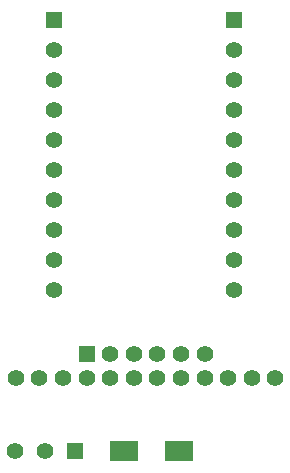
<source format=gbr>
%FSLAX46Y46*%
G04 Gerber Fmt 4.6, Leading zero omitted, Abs format (unit mm)*
G04 Created by KiCad (PCBNEW (2014-08-26 BZR 5101)-product) date Sun 31 Aug 2014 13:45:51 CST*
%MOMM*%
G01*
G04 APERTURE LIST*
%ADD10C,0.100000*%
%ADD11R,1.397000X1.397000*%
%ADD12C,1.397000*%
%ADD13C,1.400000*%
%ADD14R,1.400000X1.400000*%
%ADD15R,2.400000X1.800000*%
G04 APERTURE END LIST*
D10*
D11*
X172720000Y-90170000D03*
D12*
X172720000Y-92710000D03*
X172720000Y-95250000D03*
X172720000Y-97790000D03*
X172720000Y-100330000D03*
X172720000Y-102870000D03*
X172720000Y-105410000D03*
X172720000Y-107950000D03*
X172720000Y-110490000D03*
X172720000Y-113030000D03*
D11*
X187960000Y-90170000D03*
D12*
X187960000Y-92710000D03*
X187960000Y-95250000D03*
X187960000Y-97790000D03*
X187960000Y-100330000D03*
X187960000Y-102870000D03*
X187960000Y-105410000D03*
X187960000Y-107950000D03*
X187960000Y-110490000D03*
X187960000Y-113030000D03*
D13*
X179500000Y-118500000D03*
X177500000Y-118500000D03*
D14*
X175500000Y-118500000D03*
D13*
X181500000Y-118500000D03*
X183500000Y-118500000D03*
X185500000Y-118500000D03*
X185500000Y-120500000D03*
X183500000Y-120500000D03*
X181500000Y-120500000D03*
X179500000Y-120500000D03*
X177500000Y-120500000D03*
X175500000Y-120500000D03*
X191500000Y-120500000D03*
X189500000Y-120500000D03*
X187500000Y-120500000D03*
X173500000Y-120500000D03*
X171500000Y-120500000D03*
X169500000Y-120500000D03*
D11*
X174540000Y-126700000D03*
D12*
X172000000Y-126700000D03*
X169460000Y-126700000D03*
D15*
X183300000Y-126700000D03*
X178700000Y-126700000D03*
M02*

</source>
